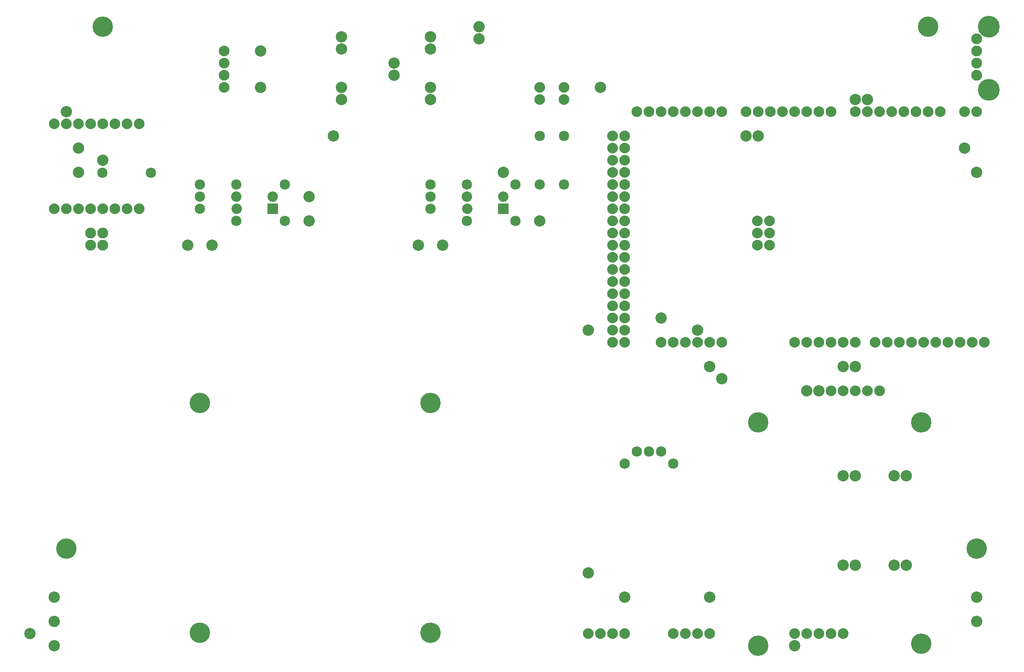
<source format=gts>
G04 MADE WITH FRITZING*
G04 WWW.FRITZING.ORG*
G04 DOUBLE SIDED*
G04 HOLES PLATED*
G04 CONTOUR ON CENTER OF CONTOUR VECTOR*
%ASAXBY*%
%FSLAX23Y23*%
%MOIN*%
%OFA0B0*%
%SFA1.0B1.0*%
%ADD10C,0.088000*%
%ADD11C,0.093307*%
%ADD12C,0.179291*%
%ADD13C,0.089370*%
%ADD14C,0.168110*%
%ADD15C,0.085000*%
%ADD16C,0.085667*%
%ADD17C,0.085695*%
%ADD18R,0.085667X0.085667*%
%LNMASK1*%
G90*
G70*
G54D10*
X6810Y372D03*
X6710Y372D03*
X6610Y372D03*
X6510Y372D03*
X6410Y372D03*
X5710Y372D03*
X5610Y372D03*
X5510Y372D03*
X5410Y372D03*
G54D11*
X6910Y2572D03*
X4810Y4872D03*
X3110Y5072D03*
X3110Y4972D03*
X2010Y5172D03*
X2010Y4872D03*
X4710Y872D03*
X3810Y5372D03*
X4710Y2872D03*
X6810Y2572D03*
X3810Y5272D03*
G54D12*
X8010Y5372D03*
G54D11*
X7010Y4772D03*
X6910Y4772D03*
X5310Y2972D03*
X5810Y2472D03*
X5610Y2872D03*
X5710Y2572D03*
X6510Y2372D03*
X6410Y272D03*
X5710Y672D03*
X310Y272D03*
X110Y372D03*
X5010Y672D03*
G54D12*
X8010Y4854D03*
G54D13*
X7910Y4972D03*
X7910Y5072D03*
X7910Y5172D03*
X7910Y5272D03*
G54D11*
X7910Y672D03*
X7910Y472D03*
X310Y672D03*
X310Y472D03*
X6910Y937D03*
X6810Y937D03*
X2676Y5191D03*
X2676Y5291D03*
X7329Y937D03*
X7229Y937D03*
X2676Y4772D03*
X2676Y4872D03*
X6910Y1672D03*
X6810Y1672D03*
X3410Y5191D03*
X3410Y5291D03*
X7329Y1672D03*
X7229Y1672D03*
X3410Y4772D03*
X3410Y4872D03*
G54D10*
X5010Y372D03*
X4910Y372D03*
X4810Y372D03*
X4710Y372D03*
X1710Y5172D03*
X1710Y5072D03*
X1710Y4972D03*
X1710Y4872D03*
X310Y3872D03*
X410Y3872D03*
X510Y3872D03*
X610Y3872D03*
X710Y3872D03*
X810Y3872D03*
X910Y3872D03*
X1010Y3872D03*
X310Y4572D03*
X410Y4572D03*
X510Y4572D03*
X610Y4572D03*
X710Y4572D03*
X810Y4572D03*
X910Y4572D03*
X1010Y4572D03*
X5810Y2772D03*
X5710Y2772D03*
X5610Y2772D03*
X5510Y2772D03*
X5410Y2772D03*
X5310Y2772D03*
X6910Y2772D03*
X6810Y2772D03*
X6710Y2772D03*
X6610Y2772D03*
X6510Y2772D03*
X6410Y2772D03*
X7973Y2772D03*
X7873Y2772D03*
X7773Y2772D03*
X7673Y2772D03*
X7573Y2772D03*
X7473Y2772D03*
X7373Y2772D03*
X7273Y2772D03*
X7173Y2772D03*
X7073Y2772D03*
X5810Y4672D03*
X5710Y4672D03*
X5610Y4672D03*
X5510Y4672D03*
X5410Y4672D03*
X5310Y4672D03*
X5210Y4672D03*
X5110Y4672D03*
X6710Y4672D03*
X6610Y4672D03*
X6510Y4672D03*
X6410Y4672D03*
X6310Y4672D03*
X6210Y4672D03*
X6110Y4672D03*
X6010Y4672D03*
X5010Y4472D03*
X5010Y4372D03*
X5010Y4272D03*
X5010Y4172D03*
X5010Y4072D03*
X5010Y3972D03*
X5010Y3872D03*
X5010Y3772D03*
X5010Y3672D03*
X5010Y3572D03*
X5010Y3472D03*
X5010Y3372D03*
X5010Y3272D03*
X5010Y3172D03*
X5010Y3072D03*
X5010Y2972D03*
X5010Y2872D03*
X5010Y2772D03*
X4910Y4472D03*
X4910Y4372D03*
X4910Y4272D03*
X4910Y4172D03*
X4910Y4072D03*
X4910Y3972D03*
X4910Y3872D03*
X4910Y3772D03*
X4910Y3672D03*
X4910Y3572D03*
X4910Y3472D03*
X4910Y3372D03*
X4910Y3272D03*
X4910Y3172D03*
X4910Y3072D03*
X4910Y2972D03*
X4910Y2872D03*
X4910Y2772D03*
X7610Y4672D03*
X7510Y4672D03*
X7410Y4672D03*
X7310Y4672D03*
X7210Y4672D03*
X7110Y4672D03*
X7010Y4672D03*
X6910Y4672D03*
X7910Y4672D03*
X7810Y4672D03*
G54D14*
X6110Y272D03*
X6110Y2112D03*
X7451Y291D03*
G54D10*
X6103Y3772D03*
X6103Y3672D03*
X6103Y3572D03*
X6103Y3772D03*
X6103Y3672D03*
X6103Y3572D03*
X6203Y3572D03*
X6203Y3672D03*
X6203Y3772D03*
G54D14*
X7451Y2112D03*
X3410Y380D03*
X3410Y2272D03*
G54D15*
X4310Y4072D03*
X4310Y4472D03*
X4510Y4072D03*
X4510Y4472D03*
G54D10*
X4310Y4872D03*
X4310Y4772D03*
X4510Y4872D03*
X4510Y4772D03*
G54D11*
X6010Y4472D03*
X7910Y4172D03*
X7810Y4372D03*
X6110Y4472D03*
X510Y4372D03*
X710Y4272D03*
X510Y4172D03*
X6610Y2372D03*
X3510Y3572D03*
X3310Y3572D03*
G54D15*
X5310Y1872D03*
X5210Y1872D03*
X5110Y1872D03*
X3410Y3872D03*
X3410Y3972D03*
X3410Y4072D03*
G54D16*
X4010Y3872D03*
X3711Y3872D03*
G54D17*
X4010Y3972D03*
X3710Y3972D03*
G54D15*
X3710Y4072D03*
X4110Y4072D03*
X3710Y3772D03*
X4110Y3772D03*
X706Y4171D03*
X1106Y4171D03*
G54D14*
X1510Y380D03*
X710Y5372D03*
X7910Y1072D03*
X410Y1072D03*
X7510Y5372D03*
X1510Y2272D03*
G54D11*
X1610Y3572D03*
X1410Y3572D03*
G54D15*
X1510Y3872D03*
X1510Y3972D03*
X1510Y4072D03*
G54D16*
X2110Y3872D03*
X1811Y3872D03*
G54D17*
X2110Y3972D03*
X1810Y3972D03*
G54D15*
X1810Y4072D03*
X2210Y4072D03*
X5010Y1772D03*
X5410Y1772D03*
X1810Y3772D03*
X2210Y3772D03*
G54D11*
X2410Y3972D03*
X410Y4672D03*
X2610Y4472D03*
X4010Y4172D03*
X4310Y3772D03*
X2410Y3772D03*
G54D10*
X6710Y2372D03*
X6810Y2372D03*
X6910Y2372D03*
X7010Y2372D03*
X7110Y2372D03*
G54D13*
X710Y3572D03*
X610Y3572D03*
X710Y3672D03*
X610Y3672D03*
G54D18*
X4010Y3872D03*
X2110Y3872D03*
G04 End of Mask1*
M02*
</source>
